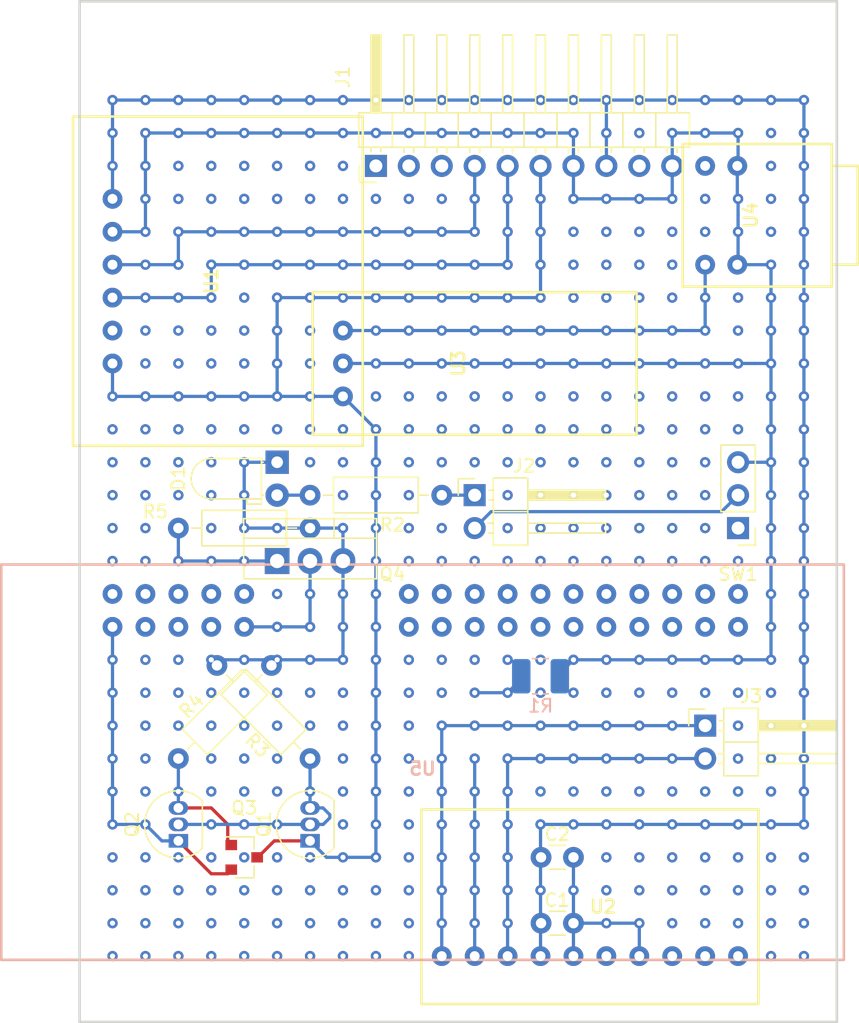
<source format=kicad_pcb>
(kicad_pcb (version 20211014) (generator pcbnew)
  (layers (0 "F.Cu" signal) (31 "B.Cu" signal) (34 "B.Paste" user) (35 "F.Paste" user) (36 "B.SilkS" user "B.Silkscreen") (37 "F.SilkS" user "F.Silkscreen") (38 "B.Mask" user) (39 "F.Mask" user) (44 "Edge.Cuts" user))
  (net 0 "")
  (net 1 "Net-(U2-Pad6)")
  (net 2 "Net-(U2-Pad8)")
  (net 3 "Net-(R1-Pad1)")
  (net 4 "Net-(Q1-Pad2)")
  (net 5 "Net-(Q2-Pad3)")
  (net 6 "FROM_Raspi_TX")
  (net 7 "TO_Raspi_RXD")
  (net 8 "SCL")
  (net 9 "SDA")
  (net 10 "GND")
  (net 11 "+5V")
  (net 12 "+3V3")
  (net 13 "Net-(D1-Pad2)")
  (net 14 "Net-(SW1-Pad1)")
  (net 15 "BAT+")
  (net 16 "BAT-")
  (net 17 "Raspy_3.3V")
  (net 18 "+4V")
  (net 19 "MOTOR1")
  (net 20 "MOTOR2")
  (net 21 "SolarPanel")
  (net 22 "Raspy_Pwrctl")
  (net 23 "Net-(Q4-Pad2)")
  (net 24 "Net-(U4-Pad4)")
  (footprint "RSP-01:DRV8830" (layer "F.Cu") (at 140.97 115.57)
    (fp_text reference "U2")
    (fp_text value "DRV8830")
  )
  (footprint "RSP-01:LXDC55" (layer "F.Cu") (at 132.08 73.66 -90)
    (fp_text reference "U3")
    (fp_text value "LXDC55")
  )
  (footprint "RSP-01:INA219" (layer "F.Cu") (at 112.268 67.31 -90)
    (fp_text reference "U1")
    (fp_text value "INA219")
  )
  (footprint "Connector_PinHeader_2.54mm:PinHeader_1x02_P2.54mm_Horizontal" (layer "F.Cu") (at 132.08 83.82)
    (fp_text reference "J2")
    (fp_text value "Conn_01x02")
  )
  (footprint "Connector_PinHeader_2.54mm:PinHeader_1x03_P2.54mm_Vertical" (layer "F.Cu") (at 152.4 86.36 180)
    (fp_text reference "SW1")
    (fp_text value "SW_SPDT")
  )
  (footprint "Resistor_THT:R_Axial_DIN0207_L6.3mm_D2.5mm_P10.16mm_Horizontal" (layer "F.Cu") (at 119.38 86.36 180)
    (fp_text reference "R5")
    (fp_text value "10k")
  )
  (footprint "Package_TO_SOT_SMD:SOT-23" (layer "F.Cu") (at 114.3 111.76)
    (fp_text reference "Q3")
    (fp_text value "DMG3415U")
  )
  (footprint "Package_TO_SOT_THT:TO-92_Inline" (layer "F.Cu") (at 109.22 110.49 90)
    (fp_text reference "Q2")
    (fp_text value "2N5401L-B-T92-K")
  )
  (footprint "Package_TO_SOT_THT:TO-220-3_Vertical" (layer "F.Cu") (at 116.84 88.9)
    (fp_text reference "Q4")
    (fp_text value "MTB30N06I3")
  )
  (footprint "RSP-01:USBconnector" (layer "F.Cu") (at 153.88 62.23 -90)
    (fp_text reference "U4")
    (fp_text value "USBconnector")
  )
  (footprint "Connector_PinHeader_2.54mm:PinHeader_1x10_P2.54mm_Horizontal" (layer "F.Cu") (at 124.46 58.42 90)
    (fp_text reference "J1")
    (fp_text value "Conn_01x10")
  )
  (footprint "Connector_PinHeader_2.54mm:PinHeader_1x02_P2.54mm_Horizontal" (layer "F.Cu") (at 149.86 101.6)
    (fp_text reference "J3")
    (fp_text value "Conn_01x02")
  )
  (footprint "Capacitor_THT:C_Disc_D3.0mm_W1.6mm_P2.50mm" (layer "F.Cu") (at 137.2 116.84)
    (fp_text reference "C1")
    (fp_text value "0.1uF")
  )
  (footprint "Package_TO_SOT_THT:TO-92_Inline" (layer "F.Cu") (at 119.38 110.49 90)
    (fp_text reference "Q1")
    (fp_text value "2N5401L-B-T92-K")
  )
  (footprint "Resistor_THT:R_Axial_DIN0207_L6.3mm_D2.5mm_P10.16mm_Horizontal" (layer "F.Cu") (at 129.54 83.82 180)
    (fp_text reference "R2")
    (fp_text value "330")
  )
  (footprint "Resistor_THT:R_Axial_DIN0207_L6.3mm_D2.5mm_P10.16mm_Horizontal" (layer "F.Cu") (at 119.38 104.14 135)
    (fp_text reference "R3")
    (fp_text value "10k")
  )
  (footprint "Resistor_THT:R_Axial_DIN0207_L6.3mm_D2.5mm_P10.16mm_Horizontal" (layer "F.Cu") (at 109.22 104.14 45)
    (fp_text reference "R4")
    (fp_text value "10k")
  )
  (footprint "LED_THT:LED_D3.0mm_Horizontal_O1.27mm_Z2.0mm" (layer "F.Cu") (at 116.84 81.28 -90)
    (fp_text reference "D1")
    (fp_text value "LED")
  )
  (footprint "Capacitor_THT:C_Disc_D3.0mm_W1.6mm_P2.50mm" (layer "F.Cu") (at 137.2 111.76)
    (fp_text reference "C2")
    (fp_text value "10uF")
  )
  (footprint "RSP-01:Raspy" (layer "B.Cu") (at 128.06 104.42 180)
    (fp_text reference "U5")
    (fp_text value "Raspi")
  )
  (footprint "Resistor_SMD:R_1210_3225Metric_Pad1.42x2.65mm_HandSolder" (layer "B.Cu") (at 137.16 97.79)
    (fp_text reference "R1")
    (fp_text value "0.24")
  )
  (gr_line (start 101.6 124.46) (end 160.02 124.46) (layer "Edge.Cuts") (width 0.2))
  (gr_line (start 160.02 45.72) (end 101.6 45.72) (layer "Edge.Cuts") (width 0.2))
  (gr_line (start 160.02 124.46) (end 160.02 45.72) (layer "Edge.Cuts") (width 0.2))
  (gr_line (start 101.6 45.72) (end 101.6 124.46) (layer "Edge.Cuts") (width 0.2))
  (via (at 144.78 55.88) (size 0.8) (drill 0.4) (layers "F.Cu" "B.Cu") (net 0))
  (via (at 154.94 55.88) (size 0.8) (drill 0.4) (layers "F.Cu" "B.Cu") (net 0))
  (via (at 154.94 58.42) (size 0.8) (drill 0.4) (layers "F.Cu" "B.Cu") (net 0))
  (via (at 109.22 58.42) (size 0.8) (drill 0.4) (layers "F.Cu" "B.Cu") (net 0))
  (via (at 119.38 58.42) (size 0.8) (drill 0.4) (layers "F.Cu" "B.Cu") (net 0))
  (via (at 114.3 58.42) (size 0.8) (drill 0.4) (layers "F.Cu" "B.Cu") (net 0))
  (via (at 121.92 58.42) (size 0.8) (drill 0.4) (layers "F.Cu" "B.Cu") (net 0))
  (via (at 116.84 58.42) (size 0.8) (drill 0.4) (layers "F.Cu" "B.Cu") (net 0))
  (via (at 111.76 58.42) (size 0.8) (drill 0.4) (layers "F.Cu" "B.Cu") (net 0))
  (via (at 121.92 60.96) (size 0.8) (drill 0.4) (layers "F.Cu" "B.Cu") (net 0))
  (via (at 114.3 60.96) (size 0.8) (drill 0.4) (layers "F.Cu" "B.Cu") (net 0))
  (via (at 124.46 60.96) (size 0.8) (drill 0.4) (layers "F.Cu" "B.Cu") (net 0))
  (via (at 109.22 60.96) (size 0.8) (drill 0.4) (layers "F.Cu" "B.Cu") (net 0))
  (via (at 154.94 60.96) (size 0.8) (drill 0.4) (layers "F.Cu" "B.Cu") (net 0))
  (via (at 111.76 60.96) (size 0.8) (drill 0.4) (layers "F.Cu" "B.Cu") (net 0))
  (via (at 149.86 60.96) (size 0.8) (drill 0.4) (layers "F.Cu" "B.Cu") (net 0))
  (via (at 127 60.96) (size 0.8) (drill 0.4) (layers "F.Cu" "B.Cu") (net 0))
  (via (at 119.38 60.96) (size 0.8) (drill 0.4) (layers "F.Cu" "B.Cu") (net 0))
  (via (at 129.54 60.96) (size 0.8) (drill 0.4) (layers "F.Cu" "B.Cu") (net 0))
  (via (at 116.84 60.96) (size 0.8) (drill 0.4) (layers "F.Cu" "B.Cu") (net 0))
  (via (at 139.7 63.5) (size 0.8) (drill 0.4) (layers "F.Cu" "B.Cu") (net 0))
  (via (at 154.94 63.5) (size 0.8) (drill 0.4) (layers "F.Cu" "B.Cu") (net 0))
  (via (at 147.32 63.5) (size 0.8) (drill 0.4) (layers "F.Cu" "B.Cu") (net 0))
  (via (at 144.78 63.5) (size 0.8) (drill 0.4) (layers "F.Cu" "B.Cu") (net 0))
  (via (at 142.24 63.5) (size 0.8) (drill 0.4) (layers "F.Cu" "B.Cu") (net 0))
  (via (at 149.86 63.5) (size 0.8) (drill 0.4) (layers "F.Cu" "B.Cu") (net 0))
  (via (at 144.78 66.04) (size 0.8) (drill 0.4) (layers "F.Cu" "B.Cu") (net 0))
  (via (at 142.24 66.04) (size 0.8) (drill 0.4) (layers "F.Cu" "B.Cu") (net 0))
  (via (at 139.7 66.04) (size 0.8) (drill 0.4) (layers "F.Cu" "B.Cu") (net 0))
  (via (at 147.32 66.04) (size 0.8) (drill 0.4) (layers "F.Cu" "B.Cu") (net 0))
  (via (at 152.4 71.12) (size 0.8) (drill 0.4) (layers "F.Cu" "B.Cu") (net 0))
  (via (at 114.3 71.12) (size 0.8) (drill 0.4) (layers "F.Cu" "B.Cu") (net 0))
  (via (at 106.68 71.12) (size 0.8) (drill 0.4) (layers "F.Cu" "B.Cu") (net 0))
  (via (at 109.22 71.12) (size 0.8) (drill 0.4) (layers "F.Cu" "B.Cu") (net 0))
  (via (at 111.76 71.12) (size 0.8) (drill 0.4) (layers "F.Cu" "B.Cu") (net 0))
  (via (at 119.38 71.12) (size 0.8) (drill 0.4) (layers "F.Cu" "B.Cu") (net 0))
  (via (at 139.7 68.58) (size 0.8) (drill 0.4) (layers "F.Cu" "B.Cu") (net 0))
  (via (at 152.4 68.58) (size 0.8) (drill 0.4) (layers "F.Cu" "B.Cu") (net 0))
  (via (at 142.24 68.58) (size 0.8) (drill 0.4) (layers "F.Cu" "B.Cu") (net 0))
  (via (at 114.3 68.58) (size 0.8) (drill 0.4) (layers "F.Cu" "B.Cu") (net 0))
  (via (at 144.78 68.58) (size 0.8) (drill 0.4) (layers "F.Cu" "B.Cu") (net 0))
  (via (at 147.32 68.58) (size 0.8) (drill 0.4) (layers "F.Cu" "B.Cu") (net 0))
  (via (at 127 76.2) (size 0.8) (drill 0.4) (layers "F.Cu" "B.Cu") (net 0))
  (via (at 147.32 76.2) (size 0.8) (drill 0.4) (layers "F.Cu" "B.Cu") (net 0))
  (via (at 119.38 73.66) (size 0.8) (drill 0.4) (layers "F.Cu" "B.Cu") (net 0))
  (via (at 144.78 76.2) (size 0.8) (drill 0.4) (layers "F.Cu" "B.Cu") (net 0))
  (via (at 111.76 73.66) (size 0.8) (drill 0.4) (layers "F.Cu" "B.Cu") (net 0))
  (via (at 109.22 73.66) (size 0.8) (drill 0.4) (layers "F.Cu" "B.Cu") (net 0))
  (via (at 129.54 76.2) (size 0.8) (drill 0.4) (layers "F.Cu" "B.Cu") (net 0))
  (via (at 142.24 76.2) (size 0.8) (drill 0.4) (layers "F.Cu" "B.Cu") (net 0))
  (via (at 149.86 76.2) (size 0.8) (drill 0.4) (layers "F.Cu" "B.Cu") (net 0))
  (via (at 132.08 76.2) (size 0.8) (drill 0.4) (layers "F.Cu" "B.Cu") (net 0))
  (via (at 134.62 76.2) (size 0.8) (drill 0.4) (layers "F.Cu" "B.Cu") (net 0))
  (via (at 152.4 76.2) (size 0.8) (drill 0.4) (layers "F.Cu" "B.Cu") (net 0))
  (via (at 137.16 76.2) (size 0.8) (drill 0.4) (layers "F.Cu" "B.Cu") (net 0))
  (via (at 106.68 73.66) (size 0.8) (drill 0.4) (layers "F.Cu" "B.Cu") (net 0))
  (via (at 124.46 76.2) (size 0.8) (drill 0.4) (layers "F.Cu" "B.Cu") (net 0))
  (via (at 139.7 76.2) (size 0.8) (drill 0.4) (layers "F.Cu" "B.Cu") (net 0))
  (via (at 114.3 73.66) (size 0.8) (drill 0.4) (layers "F.Cu" "B.Cu") (net 0))
  (via (at 144.78 78.74) (size 0.8) (drill 0.4) (layers "F.Cu" "B.Cu") (net 0))
  (via (at 142.24 78.74) (size 0.8) (drill 0.4) (layers "F.Cu" "B.Cu") (net 0))
  (via (at 139.7 78.74) (size 0.8) (drill 0.4) (layers "F.Cu" "B.Cu") (net 0))
  (via (at 121.92 78.74) (size 0.8) (drill 0.4) (layers "F.Cu" "B.Cu") (net 0))
  (via (at 109.22 78.74) (size 0.8) (drill 0.4) (layers "F.Cu" "B.Cu") (net 0))
  (via (at 114.3 78.74) (size 0.8) (drill 0.4) (layers "F.Cu" "B.Cu") (net 0))
  (via (at 116.84 78.74) (size 0.8) (drill 0.4) (layers "F.Cu" "B.Cu") (net 0))
  (via (at 106.68 78.74) (size 0.8) (drill 0.4) (layers "F.Cu" "B.Cu") (net 0))
  (via (at 119.38 78.74) (size 0.8) (drill 0.4) (layers "F.Cu" "B.Cu") (net 0))
  (via (at 147.32 78.74) (size 0.8) (drill 0.4) (layers "F.Cu" "B.Cu") (net 0))
  (via (at 149.86 78.74) (size 0.8) (drill 0.4) (layers "F.Cu" "B.Cu") (net 0))
  (via (at 132.08 78.74) (size 0.8) (drill 0.4) (layers "F.Cu" "B.Cu") (net 0))
  (via (at 127 78.74) (size 0.8) (drill 0.4) (layers "F.Cu" "B.Cu") (net 0))
  (via (at 152.4 78.74) (size 0.8) (drill 0.4) (layers "F.Cu" "B.Cu") (net 0))
  (via (at 129.54 78.74) (size 0.8) (drill 0.4) (layers "F.Cu" "B.Cu") (net 0))
  (via (at 111.76 78.74) (size 0.8) (drill 0.4) (layers "F.Cu" "B.Cu") (net 0))
  (via (at 134.62 78.74) (size 0.8) (drill 0.4) (layers "F.Cu" "B.Cu") (net 0))
  (via (at 137.16 78.74) (size 0.8) (drill 0.4) (layers "F.Cu" "B.Cu") (net 0))
  (via (at 104.14 78.74) (size 0.8) (drill 0.4) (layers "F.Cu" "B.Cu") (net 0))
  (via (at 114.3 99.06) (size 0.8) (drill 0.4) (layers "F.Cu" "B.Cu") (net 0))
  (via (at 144.78 99.06) (size 0.8) (drill 0.4) (layers "F.Cu" "B.Cu") (net 0))
  (via (at 121.92 101.6) (size 0.8) (drill 0.4) (layers "F.Cu" "B.Cu") (net 0))
  (via (at 119.38 101.6) (size 0.8) (drill 0.4) (layers "F.Cu" "B.Cu") (net 0))
  (via (at 149.86 99.06) (size 0.8) (drill 0.4) (layers "F.Cu" "B.Cu") (net 0))
  (via (at 111.76 101.6) (size 0.8) (drill 0.4) (layers "F.Cu" "B.Cu") (net 0))
  (via (at 152.4 101.6) (size 0.8) (drill 0.4) (layers "F.Cu" "B.Cu") (net 0))
  (via (at 114.3 101.6) (size 0.8) (drill 0.4) (layers "F.Cu" "B.Cu") (net 0))
  (via (at 106.68 101.6) (size 0.8) (drill 0.4) (layers "F.Cu" "B.Cu") (net 0))
  (via (at 116.84 99.06) (size 0.8) (drill 0.4) (layers "F.Cu" "B.Cu") (net 0))
  (via (at 137.16 99.06) (size 0.8) (drill 0.4) (layers "F.Cu" "B.Cu") (net 0))
  (via (at 152.4 99.06) (size 0.8) (drill 0.4) (layers "F.Cu" "B.Cu") (net 0))
  (via (at 147.32 99.06) (size 0.8) (drill 0.4) (layers "F.Cu" "B.Cu") (net 0))
  (via (at 142.24 99.06) (size 0.8) (drill 0.4) (layers "F.Cu" "B.Cu") (net 0))
  (via (at 116.84 101.6) (size 0.8) (drill 0.4) (layers "F.Cu" "B.Cu") (net 0))
  (via (at 106.68 99.06) (size 0.8) (drill 0.4) (layers "F.Cu" "B.Cu") (net 0))
  (via (at 121.92 83.82) (size 0.8) (drill 0.4) (layers "F.Cu" "B.Cu") (net 0))
  (via (at 147.32 83.82) (size 0.8) (drill 0.4) (layers "F.Cu" "B.Cu") (net 0))
  (via (at 104.14 83.82) (size 0.8) (drill 0.4) (layers "F.Cu" "B.Cu") (net 0))
  (via (at 106.68 83.82) (size 0.8) (drill 0.4) (layers "F.Cu" "B.Cu") (net 0))
  (via (at 109.22 83.82) (size 0.8) (drill 0.4) (layers "F.Cu" "B.Cu") (net 0))
  (via (at 111.76 83.82) (size 0.8) (drill 0.4) (layers "F.Cu" "B.Cu") (net 0))
  (via (at 149.86 83.82) (size 0.8) (drill 0.4) (layers "F.Cu" "B.Cu") (net 0))
  (via (at 137.16 83.82) (size 0.8) (drill 0.4) (layers "F.Cu" "B.Cu") (net 0))
  (via (at 142.24 83.82) (size 0.8) (drill 0.4) (layers "F.Cu" "B.Cu") (net 0))
  (via (at 127 83.82) (size 0.8) (drill 0.4) (layers "F.Cu" "B.Cu") (net 0))
  (via (at 139.7 83.82) (size 0.8) (drill 0.4) (layers "F.Cu" "B.Cu") (net 0))
  (via (at 134.62 83.82) (size 0.8) (drill 0.4) (layers "F.Cu" "B.Cu") (net 0))
  (via (at 144.78 83.82) (size 0.8) (drill 0.4) (layers "F.Cu" "B.Cu") (net 0))
  (via (at 121.92 99.06) (size 0.8) (drill 0.4) (layers "F.Cu" "B.Cu") (net 0))
  (via (at 129.54 93.98) (size 0.8) (drill 0.4) (layers "F.Cu" "B.Cu") (net 0))
  (via (at 106.68 93.98) (size 0.8) (drill 0.4) (layers "F.Cu" "B.Cu") (net 0))
  (via (at 129.54 99.06) (size 0.8) (drill 0.4) (layers "F.Cu" "B.Cu") (net 0))
  (via (at 127 101.6) (size 0.8) (drill 0.4) (layers "F.Cu" "B.Cu") (net 0))
  (via (at 119.38 99.06) (size 0.8) (drill 0.4) (layers "F.Cu" "B.Cu") (net 0))
  (via (at 154.94 99.06) (size 0.8) (drill 0.4) (layers "F.Cu" "B.Cu") (net 0))
  (via (at 109.22 101.6) (size 0.8) (drill 0.4) (layers "F.Cu" "B.Cu") (net 0))
  (via (at 111.76 93.98) (size 0.8) (drill 0.4) (layers "F.Cu" "B.Cu") (net 0))
  (via (at 127 99.06) (size 0.8) (drill 0.4) (layers "F.Cu" "B.Cu") (net 0))
  (via (at 154.94 101.6) (size 0.8) (drill 0.4) (layers "F.Cu" "B.Cu") (net 0))
  (via (at 111.76 99.06) (size 0.8) (drill 0.4) (layers "F.Cu" "B.Cu") (net 0))
  (via (at 109.22 99.06) (size 0.8) (drill 0.4) (layers "F.Cu" "B.Cu") (net 0))
  (via (at 147.32 93.98) (size 0.8) (drill 0.4) (layers "F.Cu" "B.Cu") (net 0))
  (via (at 139.7 81.28) (size 0.8) (drill 0.4) (layers "F.Cu" "B.Cu") (net 0))
  (via (at 149.86 81.28) (size 0.8) (drill 0.4) (layers "F.Cu" "B.Cu") (net 0))
  (via (at 109.22 91.44) (size 0.8) (drill 0.4) (layers "F.Cu" "B.Cu") (net 0))
  (via (at 137.16 91.44) (size 0.8) (drill 0.4) (layers "F.Cu" "B.Cu") (net 0))
  (via (at 104.14 91.44) (size 0.8) (drill 0.4) (layers "F.Cu" "B.Cu") (net 0))
  (via (at 149.86 91.44) (size 0.8) (drill 0.4) (layers "F.Cu" "B.Cu") (net 0))
  (via (at 106.68 96.52) (size 0.8) (drill 0.4) (layers "F.Cu" "B.Cu") (net 0))
  (via (at 132.08 81.28) (size 0.8) (drill 0.4) (layers "F.Cu" "B.Cu") (net 0))
  (via (at 116.84 91.44) (size 0.8) (drill 0.4) (layers "F.Cu" "B.Cu") (net 0))
  (via (at 142.24 81.28) (size 0.8) (drill 0.4) (layers "F.Cu" "B.Cu") (net 0))
  (via (at 129.54 91.44) (size 0.8) (drill 0.4) (layers "F.Cu" "B.Cu") (net 0))
  (via (at 109.22 81.28) (size 0.8) (drill 0.4) (layers "F.Cu" "B.Cu") (net 0))
  (via (at 134.62 81.28) (size 0.8) (drill 0.4) (layers "F.Cu" "B.Cu") (net 0))
  (via (at 127 81.28) (size 0.8) (drill 0.4) (layers "F.Cu" "B.Cu") (net 0))
  (via (at 137.16 81.28) (size 0.8) (drill 0.4) (layers "F.Cu" "B.Cu") (net 0))
  (via (at 152.4 91.44) (size 0.8) (drill 0.4) (layers "F.Cu" "B.Cu") (net 0))
  (via (at 104.14 81.28) (size 0.8) (drill 0.4) (layers "F.Cu" "B.Cu") (net 0))
  (via (at 119.38 81.28) (size 0.8) (drill 0.4) (layers "F.Cu" "B.Cu") (net 0))
  (via (at 144.78 91.44) (size 0.8) (drill 0.4) (layers "F.Cu" "B.Cu") (net 0))
  (via (at 142.24 91.44) (size 0.8) (drill 0.4) (layers "F.Cu" "B.Cu") (net 0))
  (via (at 139.7 91.44) (size 0.8) (drill 0.4) (layers "F.Cu" "B.Cu") (net 0))
  (via (at 147.32 91.44) (size 0.8) (drill 0.4) (layers "F.Cu" "B.Cu") (net 0))
  (via (at 144.78 81.28) (size 0.8) (drill 0.4) (layers "F.Cu" "B.Cu") (net 0))
  (via (at 129.54 81.28) (size 0.8) (drill 0.4) (layers "F.Cu" "B.Cu") (net 0))
  (via (at 106.68 91.44) (size 0.8) (drill 0.4) (layers "F.Cu" "B.Cu") (net 0))
  (via (at 121.92 81.28) (size 0.8) (drill 0.4) (layers "F.Cu" "B.Cu") (net 0))
  (via (at 127 91.44) (size 0.8) (drill 0.4) (layers "F.Cu" "B.Cu") (net 0))
  (via (at 106.68 81.28) (size 0.8) (drill 0.4) (layers "F.Cu" "B.Cu") (net 0))
  (via (at 132.08 91.44) (size 0.8) (drill 0.4) (layers "F.Cu" "B.Cu") (net 0))
  (via (at 134.62 91.44) (size 0.8) (drill 0.4) (layers "F.Cu" "B.Cu") (net 0))
  (via (at 147.32 81.28) (size 0.8) (drill 0.4) (layers "F.Cu" "B.Cu") (net 0))
  (via (at 111.76 81.28) (size 0.8) (drill 0.4) (layers "F.Cu" "B.Cu") (net 0))
  (via (at 139.7 86.36) (size 0.8) (drill 0.4) (layers "F.Cu" "B.Cu") (net 0))
  (via (at 129.54 86.36) (size 0.8) (drill 0.4) (layers "F.Cu" "B.Cu") (net 0))
  (via (at 127 88.9) (size 0.8) (drill 0.4) (layers "F.Cu" "B.Cu") (net 0))
  (via (at 147.32 88.9) (size 0.8) (drill 0.4) (layers "F.Cu" "B.Cu") (net 0))
  (via (at 144.78 88.9) (size 0.8) (drill 0.4) (layers "F.Cu" "B.Cu") (net 0))
  (via (at 127 86.36) (size 0.8) (drill 0.4) (layers "F.Cu" "B.Cu") (net 0))
  (via (at 111.76 86.36) (size 0.8) (drill 0.4) (layers "F.Cu" "B.Cu") (net 0))
  (via (at 147.32 86.36) (size 0.8) (drill 0.4) (layers "F.Cu" "B.Cu") (net 0))
  (via (at 129.54 88.9) (size 0.8) (drill 0.4) (layers "F.Cu" "B.Cu") (net 0))
  (via (at 142.24 88.9) (size 0.8) (drill 0.4) (layers "F.Cu" "B.Cu") (net 0))
  (via (at 149.86 88.9) (size 0.8) (drill 0.4) (layers "F.Cu" "B.Cu") (net 0))
  (via (at 132.08 88.9) (size 0.8) (drill 0.4) (layers "F.Cu" "B.Cu") (net 0))
  (via (at 106.68 88.9) (size 0.8) (drill 0.4) (layers "F.Cu" "B.Cu") (net 0))
  (via (at 144.78 86.36) (size 0.8) (drill 0.4) (layers "F.Cu" "B.Cu") (net 0))
  (via (at 134.62 88.9) (size 0.8) (drill 0.4) (layers "F.Cu" "B.Cu") (net 0))
  (via (at 152.4 88.9) (size 0.8) (drill 0.4) (layers "F.Cu" "B.Cu") (net 0))
  (via (at 137.16 88.9) (size 0.8) (drill 0.4) (layers "F.Cu" "B.Cu") (net 0))
  (via (at 109.22 96.52) (size 0.8) (drill 0.4) (layers "F.Cu" "B.Cu") (net 0))
  (via (at 137.16 96.52) (size 0.8) (drill 0.4) (layers "F.Cu" "B.Cu") (net 0))
  (via (at 104.14 86.36) (size 0.8) (drill 0.4) (layers "F.Cu" "B.Cu") (net 0))
  (via (at 142.24 86.36) (size 0.8) (drill 0.4) (layers "F.Cu" "B.Cu") (net 0))
  (via (at 127 96.52) (size 0.8) (drill 0.4) (layers "F.Cu" "B.Cu") (net 0))
  (via (at 149.86 86.36) (size 0.8) (drill 0.4) (layers "F.Cu" "B.Cu") (net 0))
  (via (at 129.54 96.52) (size 0.8) (drill 0.4) (layers "F.Cu" "B.Cu") (net 0))
  (via (at 139.7 93.98) (size 0.8) (drill 0.4) (layers "F.Cu" "B.Cu") (net 0))
  (via (at 149.86 93.98) (size 0.8) (drill 0.4) (layers "F.Cu" "B.Cu") (net 0))
  (via (at 106.68 86.36) (size 0.8) (drill 0.4) (layers "F.Cu" "B.Cu") (net 0))
  (via (at 134.62 86.36) (size 0.8) (drill 0.4) (layers "F.Cu" "B.Cu") (net 0))
  (via (at 104.14 88.9) (size 0.8) (drill 0.4) (layers "F.Cu" "B.Cu") (net 0))
  (via (at 152.4 93.98) (size 0.8) (drill 0.4) (layers "F.Cu" "B.Cu") (net 0))
  (via (at 132.08 93.98) (size 0.8) (drill 0.4) (layers "F.Cu" "B.Cu") (net 0))
  (via (at 139.7 88.9) (size 0.8) (drill 0.4) (layers "F.Cu" "B.Cu") (net 0))
  (via (at 132.08 96.52) (size 0.8) (drill 0.4) (layers "F.Cu" "B.Cu") (net 0))
  (via (at 137.16 86.36) (size 0.8) (drill 0.4) (layers "F.Cu" "B.Cu") (net 0))
  (via (at 142.24 93.98) (size 0.8) (drill 0.4) (layers "F.Cu" "B.Cu") (net 0))
  (via (at 109.22 93.98) (size 0.8) (drill 0.4) (layers "F.Cu" "B.Cu") (net 0))
  (via (at 134.62 93.98) (size 0.8) (drill 0.4) (layers "F.Cu" "B.Cu") (net 0))
  (via (at 144.78 93.98) (size 0.8) (drill 0.4) (layers "F.Cu" "B.Cu") (net 0))
  (via (at 127 93.98) (size 0.8) (drill 0.4) (layers "F.Cu" "B.Cu") (net 0))
  (via (at 137.16 93.98) (size 0.8) (drill 0.4) (layers "F.Cu" "B.Cu") (net 0))
  (via (at 152.4 104.14) (size 0.8) (drill 0.4) (layers "F.Cu" "B.Cu") (net 0))
  (via (at 154.94 104.14) (size 0.8) (drill 0.4) (layers "F.Cu" "B.Cu") (net 0))
  (via (at 154.94 106.68) (size 0.8) (drill 0.4) (layers "F.Cu" "B.Cu") (net 0))
  (via (at 149.86 106.68) (size 0.8) (drill 0.4) (layers "F.Cu" "B.Cu") (net 0))
  (via (at 116.84 106.68) (size 0.8) (drill 0.4) (layers "F.Cu" "B.Cu") (net 0))
  (via (at 137.16 106.68) (size 0.8) (drill 0.4) (layers "F.Cu" "B.Cu") (net 0))
  (via (at 127 106.68) (size 0.8) (drill 0.4) (layers "F.Cu" "B.Cu") (net 0))
  (via (at 142.24 106.68) (size 0.8) (drill 0.4) (layers "F.Cu" "B.Cu") (net 0))
  (via (at 139.7 106.68) (size 0.8) (drill 0.4) (layers "F.Cu" "B.Cu") (net 0))
  (via (at 111.76 106.68) (size 0.8) (drill 0.4) (layers "F.Cu" "B.Cu") (net 0))
  (via (at 144.78 106.68) (size 0.8) (drill 0.4) (layers "F.Cu" "B.Cu") (net 0))
  (via (at 114.3 104.14) (size 0.8) (drill 0.4) (layers "F.Cu" "B.Cu") (net 0))
  (via (at 127 104.14) (size 0.8) (drill 0.4) (layers "F.Cu" "B.Cu") (net 0))
  (via (at 149.86 111.76) (size 0.8) (drill 0.4) (layers "F.Cu" "B.Cu") (net 0))
  (via (at 119.38 111.76) (size 0.8) (drill 0.4) (layers "F.Cu" "B.Cu") (net 0))
  (via (at 111.76 111.76) (size 0.8) (drill 0.4) (layers "F.Cu" "B.Cu") (net 0))
  (via (at 157.48 111.76) (size 0.8) (drill 0.4) (layers "F.Cu" "B.Cu") (net 0))
  (via (at 152.4 111.76) (size 0.8) (drill 0.4) (layers "F.Cu" "B.Cu") (net 0))
  (via (at 114.3 111.76) (size 0.8) (drill 0.4) (layers "F.Cu" "B.Cu") (net 0))
  (via (at 106.68 111.76) (size 0.8) (drill 0.4) (layers "F.Cu" "B.Cu") (net 0))
  (via (at 142.24 111.76) (size 0.8) (drill 0.4) (layers "F.Cu" "B.Cu") (net 0))
  (via (at 116.84 111.76) (size 0.8) (drill 0.4) (layers "F.Cu" "B.Cu") (net 0))
  (via (at 104.14 111.76) (size 0.8) (drill 0.4) (layers "F.Cu" "B.Cu") (net 0))
  (via (at 154.94 111.76) (size 0.8) (drill 0.4) (layers "F.Cu" "B.Cu") (net 0))
  (via (at 116.84 104.14) (size 0.8) (drill 0.4) (layers "F.Cu" "B.Cu") (net 0))
  (via (at 147.32 106.68) (size 0.8) (drill 0.4) (layers "F.Cu" "B.Cu") (net 0))
  (via (at 106.68 106.68) (size 0.8) (drill 0.4) (layers "F.Cu" "B.Cu") (net 0))
  (via (at 121.92 109.22) (size 0.8) (drill 0.4) (layers "F.Cu" "B.Cu") (net 0))
  (via (at 127 111.76) (size 0.8) (drill 0.4) (layers "F.Cu" "B.Cu") (net 0))
  (via (at 144.78 111.76) (size 0.8) (drill 0.4) (layers "F.Cu" "B.Cu") (net 0))
  (via (at 111.76 104.14) (size 0.8) (drill 0.4) (layers "F.Cu" "B.Cu") (net 0))
  (via (at 106.68 104.14) (size 0.8) (drill 0.4) (layers "F.Cu" "B.Cu") (net 0))
  (via (at 147.32 111.76) (size 0.8) (drill 0.4) (layers "F.Cu" "B.Cu") (net 0))
  (via (at 127 109.22) (size 0.8) (drill 0.4) (layers "F.Cu" "B.Cu") (net 0))
  (via (at 121.92 104.14) (size 0.8) (drill 0.4) (layers "F.Cu" "B.Cu") (net 0))
  (via (at 109.22 111.76) (size 0.8) (drill 0.4) (layers "F.Cu" "B.Cu") (net 0))
  (via (at 152.4 106.68) (size 0.8) (drill 0.4) (layers "F.Cu" "B.Cu") (net 0))
  (via (at 114.3 106.68) (size 0.8) (drill 0.4) (layers "F.Cu" "B.Cu") (net 0))
  (via (at 121.92 106.68) (size 0.8) (drill 0.4) (layers "F.Cu" "B.Cu") (net 0))
  (via (at 104.14 116.84) (size 0.8) (drill 0.4) (layers "F.Cu" "B.Cu") (net 0))
  (via (at 144.78 114.3) (size 0.8) (drill 0.4) (layers "F.Cu" "B.Cu") (net 0))
  (via (at 149.86 114.3) (size 0.8) (drill 0.4) (layers "F.Cu" "B.Cu") (net 0))
  (via (at 114.3 116.84) (size 0.8) (drill 0.4) (layers "F.Cu" "B.Cu") (net 0))
  (via (at 142.24 114.3) (size 0.8) (drill 0.4) (layers "F.Cu" "B.Cu") (net 0))
  (via (at 111.76 114.3) (size 0.8) (drill 0.4) (layers "F.Cu" "B.Cu") (net 0))
  (via (at 154.94 114.3) (size 0.8) (drill 0.4) (layers "F.Cu" "B.Cu") (net 0))
  (via (at 109.22 114.3) (size 0.8) (drill 0.4) (layers "F.Cu" "B.Cu") (net 0))
  (via (at 157.48 114.3) (size 0.8) (drill 0.4) (layers "F.Cu" "B.Cu") (net 0))
  (via (at 119.38 114.3) (size 0.8) (drill 0.4) (layers "F.Cu" "B.Cu") (net 0))
  (via (at 127 114.3) (size 0.8) (drill 0.4) (layers "F.Cu" "B.Cu") (net 0))
  (via (at 116.84 114.3) (size 0.8) (drill 0.4) (layers "F.Cu" "B.Cu") (net 0))
  (via (at 152.4 116.84) (size 0.8) (drill 0.4) (layers "F.Cu" "B.Cu") (net 0))
  (via (at 124.46 119.38) (size 0.8) (drill 0.4) (layers "F.Cu" "B.Cu") (net 0))
  (via (at 119.38 119.38) (size 0.8) (drill 0.4) (layers "F.Cu" "B.Cu") (net 0))
  (via (at 111.76 119.38) (size 0.8) (drill 0.4) (layers "F.Cu" "B.Cu") (net 0))
  (via (at 106.68 116.84) (size 0.8) (drill 0.4) (layers "F.Cu" "B.Cu") (net 0))
  (via (at 104.14 119.38) (size 0.8) (drill 0.4) (layers "F.Cu" "B.Cu") (net 0))
  (via (at 154.94 119.38) (size 0.8) (drill 0.4) (layers "F.Cu" "B.Cu") (net 0))
  (via (at 121.92 119.38) (size 0.8) (drill 0.4) (layers "F.Cu" "B.Cu") (net 0))
  (via (at 157.48 119.38) (size 0.8) (drill 0.4) (layers "F.Cu" "B.Cu") (net 0))
  (via (at 114.3 119.38) (size 0.8) (drill 0.4) (layers "F.Cu" "B.Cu") (net 0))
  (via (at 116.84 116.84) (size 0.8) (drill 0.4) (layers "F.Cu" "B.Cu") (net 0))
  (via (at 147.32 116.84) (size 0.8) (drill 0.4) (layers "F.Cu" "B.Cu") (net 0))
  (via (at 116.84 119.38) (size 0.8) (drill 0.4) (layers "F.Cu" "B.Cu") (net 0))
  (via (at 106.68 119.38) (size 0.8) (drill 0.4) (layers "F.Cu" "B.Cu") (net 0))
  (via (at 124.46 116.84) (size 0.8) (drill 0.4) (layers "F.Cu" "B.Cu") (net 0))
  (via (at 109.22 116.84) (size 0.8) (drill 0.4) (layers "F.Cu" "B.Cu") (net 0))
  (via (at 147.32 114.3) (size 0.8) (drill 0.4) (layers "F.Cu" "B.Cu") (net 0))
  (via (at 121.92 116.84) (size 0.8) (drill 0.4) (layers "F.Cu" "B.Cu") (net 0))
  (via (at 106.68 114.3) (size 0.8) (drill 0.4) (layers "F.Cu" "B.Cu") (net 0))
  (via (at 127 119.38) (size 0.8) (drill 0.4) (layers "F.Cu" "B.Cu") (net 0))
  (via (at 124.46 114.3) (size 0.8) (drill 0.4) (layers "F.Cu" "B.Cu") (net 0))
  (via (at 119.38 116.84) (size 0.8) (drill 0.4) (layers "F.Cu" "B.Cu") (net 0))
  (via (at 149.86 116.84) (size 0.8) (drill 0.4) (layers "F.Cu" "B.Cu") (net 0))
  (via (at 127 116.84) (size 0.8) (drill 0.4) (layers "F.Cu" "B.Cu") (net 0))
  (via (at 154.94 116.84) (size 0.8) (drill 0.4) (layers "F.Cu" "B.Cu") (net 0))
  (via (at 111.76 116.84) (size 0.8) (drill 0.4) (layers "F.Cu" "B.Cu") (net 0))
  (via (at 157.48 116.84) (size 0.8) (drill 0.4) (layers "F.Cu" "B.Cu") (net 0))
  (via (at 152.4 114.3) (size 0.8) (drill 0.4) (layers "F.Cu" "B.Cu") (net 0))
  (via (at 109.22 119.38) (size 0.8) (drill 0.4) (layers "F.Cu" "B.Cu") (net 0))
  (via (at 114.3 114.3) (size 0.8) (drill 0.4) (layers "F.Cu" "B.Cu") (net 0))
  (via (at 121.92 114.3) (size 0.8) (drill 0.4) (layers "F.Cu" "B.Cu") (net 0))
  (via (at 104.14 114.3) (size 0.8) (drill 0.4) (layers "F.Cu" "B.Cu") (net 0))
  (via (at 142.24 119.38) (size 0.8) (drill 0.4) (layers "F.Cu" "B.Cu") (net 1))
  (via (at 147.32 119.38) (size 0.8) (drill 0.4) (layers "F.Cu" "B.Cu") (net 2))
  (via (at 134.62 99.06) (size 0.8) (drill 0.4) (layers "F.Cu" "B.Cu") (net 3))
  (via (at 132.08 99.06) (size 0.8) (drill 0.4) (layers "F.Cu" "B.Cu") (net 3))
  (via (at 134.62 96.52) (size 0.8) (drill 0.4) (layers "F.Cu" "B.Cu") (net 3))
  (via (at 132.08 106.68) (size 0.8) (drill 0.4) (layers "F.Cu" "B.Cu") (net 3))
  (via (at 132.08 104.14) (size 0.8) (drill 0.4) (layers "F.Cu" "B.Cu") (net 3))
  (via (at 132.08 111.76) (size 0.8) (drill 0.4) (layers "F.Cu" "B.Cu") (net 3))
  (via (at 132.08 109.22) (size 0.8) (drill 0.4) (layers "F.Cu" "B.Cu") (net 3))
  (via (at 132.08 114.3) (size 0.8) (drill 0.4) (layers "F.Cu" "B.Cu") (net 3))
  (via (at 132.08 119.38) (size 0.8) (drill 0.4) (layers "F.Cu" "B.Cu") (net 3))
  (via (at 132.08 116.84) (size 0.8) (drill 0.4) (layers "F.Cu" "B.Cu") (net 3))
  (segment (start 132.08 99.06) (end 134.62 99.06) (width 0.25) (layer "B.Cu") (net 3))
  (segment (start 134.62 99.06) (end 135.89 97.79) (width 0.25) (layer "B.Cu") (net 3))
  (segment (start 132.08 104.14) (end 132.08 119.38) (width 0.25) (layer "B.Cu") (net 3))
  (via (at 119.38 106.68) (size 0.8) (drill 0.4) (layers "F.Cu" "B.Cu") (net 4))
  (via (at 119.38 104.14) (size 0.8) (drill 0.4) (layers "F.Cu" "B.Cu") (net 4))
  (via (at 114.3 109.22) (size 0.8) (drill 0.4) (layers "F.Cu" "B.Cu") (net 4))
  (via (at 116.84 109.22) (size 0.8) (drill 0.4) (layers "F.Cu" "B.Cu") (net 4))
  (via (at 109.22 109.22) (size 0.8) (drill 0.4) (layers "F.Cu" "B.Cu") (net 4))
  (via (at 119.38 109.22) (size 0.8) (drill 0.4) (layers "F.Cu" "B.Cu") (net 4))
  (via (at 111.76 109.22) (size 0.8) (drill 0.4) (layers "F.Cu" "B.Cu") (net 4))
  (segment (start 120.396 109.22) (end 119.38 109.22) (width 0.25) (layer "B.Cu") (net 4))
  (segment (start 119.38 107.95) (end 120.38 107.95) (width 0.25) (layer "B.Cu") (net 4))
  (segment (start 109.22 109.22) (end 119.38 109.22) (width 0.25) (layer "B.Cu") (net 4))
  (segment (start 120.904 108.474) (end 120.904 108.712) (width 0.25) (layer "B.Cu") (net 4))
  (segment (start 120.38 107.95) (end 120.904 108.474) (width 0.25) (layer "B.Cu") (net 4))
  (segment (start 109.22 109.22) (end 109.445 109.22) (width 0.25) (layer "B.Cu") (net 4))
  (segment (start 119.605 107.95) (end 119.38 107.95) (width 0.25) (layer "B.Cu") (net 4))
  (segment (start 120.904 108.712) (end 120.396 109.22) (width 0.25) (layer "B.Cu") (net 4))
  (segment (start 119.38 104.14) (end 119.38 107.95) (width 0.25) (layer "B.Cu") (net 4))
  (segment (start 109.22 107.95) (end 111.76 107.95) (width 0.25) (layer "F.Cu") (net 5))
  (segment (start 111.76 107.95) (end 113.03 109.22) (width 0.25) (layer "F.Cu") (net 5))
  (segment (start 113.03 109.22) (end 113.03 110.49) (width 0.25) (layer "F.Cu") (net 5))
  (via (at 109.22 106.68) (size 0.8) (drill 0.4) (layers "F.Cu" "B.Cu") (net 5))
  (via (at 109.22 104.14) (size 0.8) (drill 0.4) (layers "F.Cu" "B.Cu") (net 5))
  (segment (start 109.22 104.14) (end 109.22 107.95) (width 0.25) (layer "B.Cu") (net 5))
  (via (at 124.46 58.42) (size 0.8) (drill 0.4) (layers "F.Cu" "B.Cu") (net 6))
  (via (at 111.76 91.44) (size 0.8) (drill 0.4) (layers "F.Cu" "B.Cu") (net 6))
  (via (at 127 58.42) (size 0.8) (drill 0.4) (layers "F.Cu" "B.Cu") (net 7))
  (via (at 114.3 91.44) (size 0.8) (drill 0.4) (layers "F.Cu" "B.Cu") (net 7))
  (via (at 132.08 58.42) (size 0.8) (drill 0.4) (layers "F.Cu" "B.Cu") (net 8))
  (via (at 132.08 60.96) (size 0.8) (drill 0.4) (layers "F.Cu" "B.Cu") (net 8))
  (via (at 129.54 63.5) (size 0.8) (drill 0.4) (layers "F.Cu" "B.Cu") (net 8))
  (via (at 121.92 63.5) (size 0.8) (drill 0.4) (layers "F.Cu" "B.Cu") (net 8))
  (via (at 124.46 63.5) (size 0.8) (drill 0.4) (layers "F.Cu" "B.Cu") (net 8))
  (via (at 119.38 63.5) (size 0.8) (drill 0.4) (layers "F.Cu" "B.Cu") (net 8))
  (via (at 127 63.5) (size 0.8) (drill 0.4) (layers "F.Cu" "B.Cu") (net 8))
  (via (at 111.76 63.5) (size 0.8) (drill 0.4) (layers "F.Cu" "B.Cu") (net 8))
  (via (at 109.22 63.5) (size 0.8) (drill 0.4) (layers "F.Cu" "B.Cu") (net 8))
  (via (at 116.84 63.5) (size 0.8) (drill 0.4) (layers "F.Cu" "B.Cu") (net 8))
  (via (at 132.08 63.5) (size 0.8) (drill 0.4) (layers "F.Cu" "B.Cu") (net 8))
  (via (at 114.3 63.5) (size 0.8) (drill 0.4) (layers "F.Cu" "B.Cu") (net 8))
  (via (at 109.22 66.04) (size 0.8) (drill 0.4) (layers "F.Cu" "B.Cu") (net 8))
  (via (at 106.68 66.04) (size 0.8) (drill 0.4) (layers "F.Cu" "B.Cu") (net 8))
  (via (at 104.14 66.04) (size 0.8) (drill 0.4) (layers "F.Cu" "B.Cu") (net 8))
  (via (at 152.4 119.38) (size 0.8) (drill 0.4) (layers "F.Cu" "B.Cu") (net 8))
  (segment (start 109.22 66.04) (end 109.22 63.5) (width 0.25) (layer "B.Cu") (net 8))
  (segment (start 109.22 63.5) (end 129.54 63.5) (width 0.25) (layer "B.Cu") (net 8))
  (segment (start 132.08 58.42) (end 132.08 63.5) (width 0.25) (layer "B.Cu") (net 8))
  (segment (start 132.08 63.5) (end 129.54 63.5) (width 0.25) (layer "B.Cu") (net 8))
  (segment (start 104.14 66.04) (end 109.22 66.04) (width 0.25) (layer "B.Cu") (net 8))
  (via (at 134.62 58.42) (size 0.8) (drill 0.4) (layers "F.Cu" "B.Cu") (net 9))
  (via (at 134.62 60.96) (size 0.8) (drill 0.4) (layers "F.Cu" "B.Cu") (net 9))
  (via (at 134.62 63.5) (size 0.8) (drill 0.4) (layers "F.Cu" "B.Cu") (net 9))
  (via (at 121.92 66.04) (size 0.8) (drill 0.4) (layers "F.Cu" "B.Cu") (net 9))
  (via (at 114.3 66.04) (size 0.8) (drill 0.4) (layers "F.Cu" "B.Cu") (net 9))
  (via (at 124.46 66.04) (size 0.8) (drill 0.4) (layers "F.Cu" "B.Cu") (net 9))
  (via (at 116.84 66.04) (size 0.8) (drill 0.4) (layers "F.Cu" "B.Cu") (net 9))
  (via (at 119.38 66.04) (size 0.8) (drill 0.4) (layers "F.Cu" "B.Cu") (net 9))
  (via (at 132.08 66.04) (size 0.8) (drill 0.4) (layers "F.Cu" "B.Cu") (net 9))
  (via (at 127 66.04) (size 0.8) (drill 0.4) (layers "F.Cu" "B.Cu") (net 9))
  (via (at 129.54 66.04) (size 0.8) (drill 0.4) (layers "F.Cu" "B.Cu") (net 9))
  (via (at 111.76 66.04) (size 0.8) (drill 0.4) (layers "F.Cu" "B.Cu") (net 9))
  (via (at 134.62 66.04) (size 0.8) (drill 0.4) (layers "F.Cu" "B.Cu") (net 9))
  (via (at 109.22 68.58) (size 0.8) (drill 0.4) (layers "F.Cu" "B.Cu") (net 9))
  (via (at 104.14 68.58) (size 0.8) (drill 0.4) (layers "F.Cu" "B.Cu") (net 9))
  (via (at 106.68 68.58) (size 0.8) (drill 0.4) (layers "F.Cu" "B.Cu") (net 9))
  (via (at 111.76 68.58) (size 0.8) (drill 0.4) (layers "F.Cu" "B.Cu") (net 9))
  (via (at 149.86 119.38) (size 0.8) (drill 0.4) (layers "F.Cu" "B.Cu") (net 9))
  (segment (start 132.08 66.04) (end 134.62 66.04) (width 0.25) (layer "B.Cu") (net 9))
  (segment (start 111.76 68.58) (end 104.14 68.58) (width 0.25) (layer "B.Cu") (net 9))
  (segment (start 132.08 66.04) (end 111.76 66.04) (width 0.25) (layer "B.Cu") (net 9))
  (segment (start 111.76 66.04) (end 111.76 68.58) (width 0.25) (layer "B.Cu") (net 9))
  (segment (start 134.62 58.42) (end 134.62 66.04) (width 0.25) (layer "B.Cu") (net 9))
  (via (at 139.7 55.88) (size 0.8) (drill 0.4) (layers "F.Cu" "B.Cu") (net 10))
  (via (at 121.92 55.88) (size 0.8) (drill 0.4) (layers "F.Cu" "B.Cu") (net 10))
  (via (at 109.22 55.88) (size 0.8) (drill 0.4) (layers "F.Cu" "B.Cu") (net 10))
  (via (at 114.3 55.88) (size 0.8) (drill 0.4) (layers "F.Cu" "B.Cu") (net 10))
  (via (at 124.46 55.88) (size 0.8) (drill 0.4) (layers "F.Cu" "B.Cu") (net 10))
  (via (at 116.84 55.88) (size 0.8) (drill 0.4) (layers "F.Cu" "B.Cu") (net 10))
  (via (at 106.68 55.88) (size 0.8) (drill 0.4) (layers "F.Cu" "B.Cu") (net 10))
  (via (at 119.38 55.88) (size 0.8) (drill 0.4) (layers "F.Cu" "B.Cu") (net 10))
  (via (at 147.32 55.88) (size 0.8) (drill 0.4) (layers "F.Cu" "B.Cu") (net 10))
  (via (at 149.86 55.88) (size 0.8) (drill 0.4) (layers "F.Cu" "B.Cu") (net 10))
  (via (at 132.08 55.88) (size 0.8) (drill 0.4) (layers "F.Cu" "B.Cu") (net 10))
  (via (at 127 55.88) (size 0.8) (drill 0.4) (layers "F.Cu" "B.Cu") (net 10))
  (via (at 152.4 55.88) (size 0.8) (drill 0.4) (layers "F.Cu" "B.Cu") (net 10))
  (via (at 129.54 55.88) (size 0.8) (drill 0.4) (layers "F.Cu" "B.Cu") (net 10))
  (via (at 111.76 55.88) (size 0.8) (drill 0.4) (layers "F.Cu" "B.Cu") (net 10))
  (via (at 134.62 55.88) (size 0.8) (drill 0.4) (layers "F.Cu" "B.Cu") (net 10))
  (via (at 137.16 55.88) (size 0.8) (drill 0.4) (layers "F.Cu" "B.Cu") (net 10))
  (via (at 139.7 58.42) (size 0.8) (drill 0.4) (layers "F.Cu" "B.Cu") (net 10))
  (via (at 152.4 58.42) (size 0.8) (drill 0.4) (layers "F.Cu" "B.Cu") (net 10))
  (via (at 106.68 58.42) (size 0.8) (drill 0.4) (layers "F.Cu" "B.Cu") (net 10))
  (via (at 147.32 58.42) (size 0.8) (drill 0.4) (layers "F.Cu" "B.Cu") (net 10))
  (via (at 147.32 60.96) (size 0.8) (drill 0.4) (layers "F.Cu" "B.Cu") (net 10))
  (via (at 152.4 60.96) (size 0.8) (drill 0.4) (layers "F.Cu" "B.Cu") (net 10))
  (via (at 106.68 60.96) (size 0.8) (drill 0.4) (layers "F.Cu" "B.Cu") (net 10))
  (via (at 142.24 60.96) (size 0.8) (drill 0.4) (layers "F.Cu" "B.Cu") (net 10))
  (via (at 139.7 60.96) (size 0.8) (drill 0.4) (layers "F.Cu" "B.Cu") (net 10))
  (via (at 144.78 60.96) (size 0.8) (drill 0.4) (layers "F.Cu" "B.Cu") (net 10))
  (via (at 104.14 63.5) (size 0.8) (drill 0.4) (layers "F.Cu" "B.Cu") (net 10))
  (via (at 106.68 63.5) (size 0.8) (drill 0.4) (layers "F.Cu" "B.Cu") (net 10))
  (via (at 152.4 63.5) (size 0.8) (drill 0.4) (layers "F.Cu" "B.Cu") (net 10))
  (via (at 152.4 66.04) (size 0.8) (drill 0.4) (layers "F.Cu" "B.Cu") (net 10))
  (via (at 154.94 71.12) (size 0.8) (drill 0.4) (layers "F.Cu" "B.Cu") (net 10))
  (via (at 154.94 68.58) (size 0.8) (drill 0.4) (layers "F.Cu" "B.Cu") (net 10))
  (via (at 154.94 66.04) (size 0.8) (drill 0.4) (layers "F.Cu" "B.Cu") (net 10))
  (via (at 139.7 73.66) (size 0.8) (drill 0.4) (layers "F.Cu" "B.Cu") (net 10))
  (via (at 129.54 73.66) (size 0.8) (drill 0.4) (layers "F.Cu" "B.Cu") (net 10))
  (via (at 121.92 73.66) (size 0.8) (drill 0.4) (layers "F.Cu" "B.Cu") (net 10))
  (via (at 124.46 73.66) (size 0.8) (drill 0.4) (layers "F.Cu" "B.Cu") (net 10))
  (via (at 154.94 73.66) (size 0.8) (drill 0.4) (layers "F.Cu" "B.Cu") (net 10))
  (via (at 127 73.66) (size 0.8) (drill 0.4) (layers "F.Cu" "B.Cu") (net 10))
  (via (at 154.94 76.2) (size 0.8) (drill 0.4) (layers "F.Cu" "B.Cu") (net 10))
  (via (at 147.32 73.66) (size 0.8) (drill 0.4) (layers "F.Cu" "B.Cu") (net 10))
  (via (at 144.78 73.66) (size 0.8) (drill 0.4) (layers "F.Cu" "B.Cu") (net 10))
  (via (at 142.24 73.66) (size 0.8) (drill 0.4) (layers "F.Cu" "B.Cu") (net 10))
  (via (at 149.86 73.66) (size 0.8) (drill 0.4) (layers "F.Cu" "B.Cu") (net 10))
  (via (at 132.08 73.66) (size 0.8) (drill 0.4) (layers "F.Cu" "B.Cu") (net 10))
  (via (at 134.62 73.66) (size 0.8) (drill 0.4) (layers "F.Cu" "B.Cu") (net 10))
  (via (at 152.4 73.66) (size 0.8) (drill 0.4) (layers "F.Cu" "B.Cu") (net 10))
  (via (at 137.16 73.66) (size 0.8) (drill 0.4) (layers "F.Cu" "B.Cu") (net 10))
  (via (at 114.3 83.82) (size 0.8) (drill 0.4) (layers "F.Cu" "B.Cu") (net 10))
  (via (at 154.94 83.82) (size 0.8) (drill 0.4) (layers "F.Cu" "B.Cu") (net 10))
  (via (at 139.7 99.06) (size 0.8) (drill 0.4) (layers "F.Cu" "B.Cu") (net 10))
  (via (at 121.92 93.98) (size 0.8) (drill 0.4) (layers "F.Cu" "B.Cu") (net 10))
  (via (at 152.4 81.28) (size 0.8) (drill 0.4) (layers "F.Cu" "B.Cu") (net 10))
  (via (at 154.94 81.28) (size 0.8) (drill 0.4) (layers "F.Cu" "B.Cu") (net 10))
  (via (at 121.92 91.44) (size 0.8) (drill 0.4) (layers "F.Cu" "B.Cu") (net 10))
  (via (at 147.32 96.52) (size 0.8) (drill 0.4) (layers "F.Cu" "B.Cu") (net 10))
  (via (at 152.4 96.52) (size 0.8) (drill 0.4) (layers "F.Cu" "B.Cu") (net 10))
  (via (at 154.94 78.74) (size 0.8) (drill 0.4) (layers "F.Cu" "B.Cu") (net 10))
  (via (at 114.3 81.28) (size 0.8) (drill 0.4) (layers "F.Cu" "B.Cu") (net 10))
  (via (at 116.84 81.28) (size 0.8) (drill 0.4) (layers "F.Cu" "B.Cu") (net 10))
  (via (at 121.92 96.52) (size 0.8) (drill 0.4) (layers "F.Cu" "B.Cu") (net 10))
  (via (at 114.3 96.52) (size 0.8) (drill 0.4) (layers "F.Cu" "B.Cu") (net 10))
  (via (at 121.92 86.36) (size 0.8) (drill 0.4) (layers "F.Cu" "B.Cu") (net 10))
  (via (at 154.94 86.36) (size 0.8) (drill 0.4) (layers "F.Cu" "B.Cu") (net 10))
  (via (at 121.92 86.36) (size 0.8) (drill 0.4) (layers "F.Cu" "B.Cu") (net 10))
  (via (at 154.94 88.9) (size 0.8) (drill 0.4) (layers "F.Cu" "B.Cu") (net 10))
  (via (at 121.92 88.9) (size 0.8) (drill 0.4) (layers "F.Cu" "B.Cu") (net 10))
  (via (at 116.84 86.36) (size 0.8) (drill 0.4) (layers "F.Cu" "B.Cu") (net 10))
  (via (at 154.94 96.52) (size 0.8) (drill 0.4) (layers "F.Cu" "B.Cu") (net 10))
  (via (at 111.76 96.52) (size 0.8) (drill 0.4) (layers "F.Cu" "B.Cu") (net 10))
  (via (at 149.86 96.52) (size 0.8) (drill 0.4) (layers "F.Cu" "B.Cu") (net 10))
  (via (at 142.24 96.52) (size 0.8) (drill 0.4) (layers "F.Cu" "B.Cu") (net 10))
  (via (at 139.7 96.52) (size 0.8) (drill 0.4) (layers "F.Cu" "B.Cu") (net 10))
  (via (at 144.78 96.52) (size 0.8) (drill 0.4) (layers "F.Cu" "B.Cu") (net 10))
  (via (at 116.84 96.52) (size 0.8) (drill 0.4) (layers "F.Cu" "B.Cu") (net 10))
  (via (at 119.38 96.52) (size 0.8) (drill 0.4) (layers "F.Cu" "B.Cu") (net 10))
  (via (at 154.94 93.98) (size 0.8) (drill 0.4) (layers "F.Cu" "B.Cu") (net 10))
  (via (at 114.3 86.36) (size 0.8) (drill 0.4) (layers "F.Cu" "B.Cu") (net 10))
  (via (at 154.94 91.44) (size 0.8) (drill 0.4) (layers "F.Cu" "B.Cu") (net 10))
  (via (at 139.7 111.76) (size 0.8) (drill 0.4) (layers "F.Cu" "B.Cu") (net 10))
  (via (at 144.78 116.84) (size 0.8) (drill 0.4) (layers "F.Cu" "B.Cu") (net 10))
  (via (at 139.7 114.3) (size 0.8) (drill 0.4) (layers "F.Cu" "B.Cu") (net 10))
  (via (at 139.7 119.38) (size 0.8) (drill 0.4) (layers "F.Cu" "B.Cu") (net 10))
  (via (at 139.7 116.84) (size 0.8) (drill 0.4) (layers "F.Cu" "B.Cu") (net 10))
  (via (at 142.24 116.84) (size 0.8) (drill 0.4) (layers "F.Cu" "B.Cu") (net 10))
  (via (at 144.78 119.38) (size 0.8) (drill 0.4) (layers "F.Cu" "B.Cu") (net 10))
  (segment (start 147.32 58.42) (end 147.32 55.88) (width 0.25) (layer "B.Cu") (net 10))
  (segment (start 116.84 86.36) (end 121.92 86.36) (width 0.25) (layer "B.Cu") (net 10))
  (segment (start 152.4 60.96) (end 152.4 62.23) (width 0.25) (layer "B.Cu") (net 10))
  (segment (start 139.7 96.52) (end 138.43 97.79) (width 0.25) (layer "B.Cu") (net 10))
  (segment (start 139.7 111.76) (end 139.7 116.84) (width 0.25) (layer "B.Cu") (net 10))
  (segment (start 114.3 83.82) (end 114.3 86.36) (width 0.25) (layer "B.Cu") (net 10))
  (segment (start 139.7 116.84) (end 144.78 116.84) (width 0.25) (layer "B.Cu") (net 10))
  (segment (start 147.32 55.88) (end 152.4 55.88) (width 0.25) (layer "B.Cu") (net 10))
  (segment (start 154.94 66.04) (end 154.94 96.52) (width 0.25) (layer "B.Cu") (net 10))
  (segment (start 106.68 63.5) (end 104.14 63.5) (width 0.25) (layer "B.Cu") (net 10))
  (segment (start 121.92 86.36) (end 121.92 96.52) (width 0.25) (layer "B.Cu") (net 10))
  (segment (start 139.7 60.96) (end 147.32 60.96) (width 0.25) (layer "B.Cu") (net 10))
  (segment (start 116.84 81.28) (end 114.3 81.28) (width 0.25) (layer "B.Cu") (net 10))
  (segment (start 144.78 116.84) (end 144.78 119.38) (width 0.25) (layer "B.Cu") (net 10))
  (segment (start 121.92 96.52) (end 116.84 96.52) (width 0.25) (layer "B.Cu") (net 10))
  (segment (start 139.7 58.42) (end 139.7 60.96) (width 0.25) (layer "B.Cu") (net 10))
  (segment (start 114.3 86.36) (end 116.84 86.36) (width 0.25) (layer "B.Cu") (net 10))
  (segment (start 114.3 83.82) (end 114.3 81.28) (width 0.25) (layer "B.Cu") (net 10))
  (segment (start 154.94 96.52) (end 139.7 96.52) (width 0.25) (layer "B.Cu") (net 10))
  (segment (start 152.4 63.5) (end 152.4 66.04) (width 0.25) (layer "B.Cu") (net 10))
  (segment (start 139.7 58.42) (end 139.7 55.88) (width 0.25) (layer "B.Cu") (net 10))
  (segment (start 152.34 60.9) (end 152.4 60.96) (width 0.25) (layer "B.Cu") (net 10))
  (segment (start 106.68 55.88) (end 106.68 63.5) (width 0.25) (layer "B.Cu") (net 10))
  (segment (start 152.4 55.88) (end 152.4 58.42) (width 0.25) (layer "B.Cu") (net 10))
  (segment (start 147.32 58.42) (end 147.32 60.96) (width 0.25) (layer "B.Cu") (net 10))
  (segment (start 121.92 73.66) (end 153.67 73.66) (width 0.25) (layer "B.Cu") (net 10))
  (segment (start 139.7 116.84) (end 139.7 119.38) (width 0.25) (layer "B.Cu") (net 10))
  (segment (start 152.4 62.23) (end 152.4 63.5) (width 0.25) (layer "B.Cu") (net 10))
  (segment (start 152.34 66.04) (end 154.94 66.04) (width 0.25) (layer "B.Cu") (net 10))
  (segment (start 152.34 58.42) (end 152.34 60.9) (width 0.25) (layer "B.Cu") (net 10))
  (segment (start 139.7 55.88) (end 106.68 55.88) (width 0.25) (layer "B.Cu") (net 10))
  (segment (start 152.4 81.28) (end 154.94 81.28) (width 0.25) (layer "B.Cu") (net 10))
  (segment (start 153.67 73.66) (end 154.94 73.66) (width 0.25) (layer "B.Cu") (net 10))
  (segment (start 111.76 96.52) (end 116.84 96.52) (width 0.25) (layer "B.Cu") (net 10))
  (via (at 149.86 66.04) (size 0.8) (drill 0.4) (layers "F.Cu" "B.Cu") (net 11))
  (via (at 121.92 71.12) (size 0.8) (drill 0.4) (layers "F.Cu" "B.Cu") (net 11))
  (via (at 147.32 71.12) (size 0.8) (drill 0.4) (layers "F.Cu" "B.Cu") (net 11))
  (via (at 124.46 71.12) (size 0.8) (drill 0.4) (layers "F.Cu" "B.Cu") (net 11))
  (via (at 132.08 71.12) (size 0.8) (drill 0.4) (layers "F.Cu" "B.Cu") (net 11))
  (via (at 149.86 71.12) (size 0.8) (drill 0.4) (layers "F.Cu" "B.Cu") (net 11))
  (via (at 137.16 71.12) (size 0.8) (drill 0.4) (layers "F.Cu" "B.Cu") (net 11))
  (via (at 142.24 71.12) (size 0.8) (drill 0.4) (layers "F.Cu" "B.Cu") (net 11))
  (via (at 127 71.12) (size 0.8) (drill 0.4) (layers "F.Cu" "B.Cu") (net 11))
  (via (at 139.7 71.12) (size 0.8) (drill 0.4) (layers "F.Cu" "B.Cu") (net 11))
  (via (at 134.62 71.12) (size 0.8) (drill 0.4) (layers "F.Cu" "B.Cu") (net 11))
  (via (at 144.78 71.12) (size 0.8) (drill 0.4) (layers "F.Cu" "B.Cu") (net 11))
  (via (at 129.54 71.12) (size 0.8) (drill 0.4) (layers "F.Cu" "B.Cu") (net 11))
  (via (at 149.86 68.58) (size 0.8) (drill 0.4) (layers "F.Cu" "B.Cu") (net 11))
  (segment (start 121.92 71.12) (end 149.86 71.12) (width 0.25) (layer "B.Cu") (net 11))
  (segment (start 149.86 71.12) (end 149.86 66.04) (width 0.25) (layer "B.Cu") (net 11))
  (via (at 121.92 53.34) (size 0.8) (drill 0.4) (layers "F.Cu" "B.Cu") (net 12))
  (via (at 127 53.34) (size 0.8) (drill 0.4) (layers "F.Cu" "B.Cu") (net 12))
  (via (at 119.38 53.34) (size 0.8) (drill 0.4) (layers "F.Cu" "B.Cu") (net 12))
  (via (at 124.46 53.34) (size 0.8) (drill 0.4) (layers "F.Cu" "B.Cu") (net 12))
  (via (at 116.84 53.34) (size 0.8) (drill 0.4) (layers "F.Cu" "B.Cu") (net 12))
  (via (at 147.32 53.34) (size 0.8) (drill 0.4) (layers "F.Cu" "B.Cu") (net 12))
  (via (at 134.62 53.34) (size 0.8) (drill 0.4) (layers "F.Cu" "B.Cu") (net 12))
  (via (at 139.7 53.34) (size 0.8) (drill 0.4) (layers "F.Cu" "B.Cu") (net 12))
  (via (at 149.86 53.34) (size 0.8) (drill 0.4) (layers "F.Cu" "B.Cu") (net 12))
  (via (at 142.24 53.34) (size 0.8) (drill 0.4) (layers "F.Cu" "B.Cu") (net 12))
  (via (at 132.08 53.34) (size 0.8) (drill 0.4) (layers "F.Cu" "B.Cu") (net 12))
  (via (at 144.78 53.34) (size 0.8) (drill 0.4) (layers "F.Cu" "B.Cu") (net 12))
  (via (at 152.4 53.34) (size 0.8) (drill 0.4) (layers "F.Cu" "B.Cu") (net 12))
  (via (at 137.16 53.34) (size 0.8) (drill 0.4) (layers "F.Cu" "B.Cu") (net 12))
  (via (at 129.54 53.34) (size 0.8) (drill 0.4) (layers "F.Cu" "B.Cu") (net 12))
  (via (at 154.94 53.34) (size 0.8) (drill 0.4) (layers "F.Cu" "B.Cu") (net 12))
  (via (at 157.48 53.34) (size 0.8) (drill 0.4) (layers "F.Cu" "B.Cu") (net 12))
  (via (at 142.24 55.88) (size 0.8) (drill 0.4) (layers "F.Cu" "B.Cu") (net 12))
  (via (at 104.14 55.88) (size 0.8) (drill 0.4) (layers "F.Cu" "B.Cu") (net 12))
  (via (at 157.48 55.88) (size 0.8) (drill 0.4) (layers "F.Cu" "B.Cu") (net 12))
  (via (at 142.24 58.42) (size 0.8) (drill 0.4) (layers "F.Cu" "B.Cu") (net 12))
  (via (at 157.48 58.42) (size 0.8) (drill 0.4) (layers "F.Cu" "B.Cu") (net 12))
  (via (at 104.14 58.42) (size 0.8) (drill 0.4) (layers "F.Cu" "B.Cu") (net 12))
  (via (at 104.14 60.96) (size 0.8) (drill 0.4) (layers "F.Cu" "B.Cu") (net 12))
  (via (at 157.48 60.96) (size 0.8) (drill 0.4) (layers "F.Cu" "B.Cu") (net 12))
  (via (at 157.48 63.5) (size 0.8) (drill 0.4) (layers "F.Cu" "B.Cu") (net 12))
  (via (at 157.48 71.12) (size 0.8) (drill 0.4) (layers "F.Cu" "B.Cu") (net 12))
  (via (at 157.48 68.58) (size 0.8) (drill 0.4) (layers "F.Cu" "B.Cu") (net 12))
  (via (at 157.48 66.04) (size 0.8) (drill 0.4) (layers "F.Cu" "B.Cu") (net 12))
  (via (at 157.48 73.66) (size 0.8) (drill 0.4) (layers "F.Cu" "B.Cu") (net 12))
  (via (at 157.48 76.2) (size 0.8) (drill 0.4) (layers "F.Cu" "B.Cu") (net 12))
  (via (at 157.48 101.6) (size 0.8) (drill 0.4) (layers "F.Cu" "B.Cu") (net 12))
  (via (at 157.48 83.82) (size 0.8) (drill 0.4) (layers "F.Cu" "B.Cu") (net 12))
  (via (at 157.48 91.44) (size 0.8) (drill 0.4) (layers "F.Cu" "B.Cu") (net 12))
  (via (at 157.48 99.06) (size 0.8) (drill 0.4) (layers "F.Cu" "B.Cu") (net 12))
  (via (at 157.48 81.28) (size 0.8) (drill 0.4) (layers "F.Cu" "B.Cu") (net 12))
  (via (at 157.48 78.74) (size 0.8) (drill 0.4) (layers "F.Cu" "B.Cu") (net 12))
  (via (at 157.48 86.36) (size 0.8) (drill 0.4) (layers "F.Cu" "B.Cu") (net 12))
  (via (at 157.48 88.9) (size 0.8) (drill 0.4) (layers "F.Cu" "B.Cu") (net 12))
  (via (at 157.48 96.52) (size 0.8) (drill 0.4) (layers "F.Cu" "B.Cu") (net 12))
  (via (at 157.48 93.98) (size 0.8) (drill 0.4) (layers "F.Cu" "B.Cu") (net 12))
  (via (at 157.48 106.68) (size 0.8) (drill 0.4) (layers "F.Cu" "B.Cu") (net 12))
  (via (at 157.48 104.14) (size 0.8) (drill 0.4) (layers "F.Cu" "B.Cu") (net 12))
  (via (at 144.78 109.22) (size 0.8) (drill 0.4) (layers "F.Cu" "B.Cu") (net 12))
  (via (at 149.86 109.22) (size 0.8) (drill 0.4) (layers "F.Cu" "B.Cu") (net 12))
  (via (at 137.16 109.22) (size 0.8) (drill 0.4) (layers "F.Cu" "B.Cu") (net 12))
  (via (at 147.32 109.22) (size 0.8) (drill 0.4) (layers "F.Cu" "B.Cu") (net 12))
  (via (at 152.4 109.22) (size 0.8) (drill 0.4) (layers "F.Cu" "B.Cu") (net 12))
  (via (at 142.24 109.22) (size 0.8) (drill 0.4) (layers "F.Cu" "B.Cu") (net 12))
  (via (at 137.16 111.76) (size 0.8) (drill 0.4) (layers "F.Cu" "B.Cu") (net 12))
  (via (at 154.94 109.22) (size 0.8) (drill 0.4) (layers "F.Cu" "B.Cu") (net 12))
  (via (at 157.48 109.22) (size 0.8) (drill 0.4) (layers "F.Cu" "B.Cu") (net 12))
  (via (at 137.16 114.3) (size 0.8) (drill 0.4) (layers "F.Cu" "B.Cu") (net 12))
  (via (at 137.16 116.84) (size 0.8) (drill 0.4) (layers "F.Cu" "B.Cu") (net 12))
  (via (at 137.16 119.38) (size 0.8) (drill 0.4) (layers "F.Cu" "B.Cu") (net 12))
  (via (at 139.7 109.22) (size 0.8) (drill 0.4) (layers "F.Cu" "B.Cu") (net 12))
  (via (at 114.3 53.34) (size 0.8) (drill 0.4) (layers "F.Cu" "B.Cu") (net 12))
  (via (at 106.68 53.34) (size 0.8) (drill 0.4) (layers "F.Cu" "B.Cu") (net 12))
  (via (at 111.76 53.34) (size 0.8) (drill 0.4) (layers "F.Cu" "B.Cu") (net 12))
  (via (at 109.22 53.34) (size 0.8) (drill 0.4) (layers "F.Cu" "B.Cu") (net 12))
  (via (at 104.14 53.34) (size 0.8) (drill 0.4) (layers "F.Cu" "B.Cu") (net 12))
  (segment (start 104.14 60.96) (end 104.14 53.34) (width 0.25) (layer "B.Cu") (net 12))
  (segment (start 137.16 119.38) (end 137.16 114.3) (width 0.25) (layer "B.Cu") (net 12))
  (segment (start 137.16 109.22) (end 137.16 114.3) (width 0.25) (layer "B.Cu") (net 12))
  (segment (start 137.16 109.22) (end 157.48 109.22) (width 0.25) (layer "B.Cu") (net 12))
  (segment (start 142.24 53.34) (end 142.24 58.42) (width 0.25) (layer "B.Cu") (net 12))
  (segment (start 139.7 53.34) (end 157.48 53.34) (width 0.25) (layer "B.Cu") (net 12))
  (segment (start 157.48 53.34) (end 157.48 71.12) (width 0.25) (layer "B.Cu") (net 12))
  (segment (start 157.48 106.68) (end 157.48 96.52) (width 0.25) (layer "B.Cu") (net 12))
  (segment (start 157.48 78.74) (end 157.48 71.12) (width 0.25) (layer "B.Cu") (net 12))
  (segment (start 157.48 96.52) (end 157.48 78.74) (width 0.25) (layer "B.Cu") (net 12))
  (segment (start 104.14 53.34) (end 139.7 53.34) (width 0.25) (layer "B.Cu") (net 12))
  (segment (start 157.48 106.68) (end 157.48 109.22) (width 0.25) (layer "B.Cu") (net 12))
  (via (at 119.38 83.82) (size 0.8) (drill 0.4) (layers "F.Cu" "B.Cu") (net 13))
  (via (at 116.84 83.82) (size 0.8) (drill 0.4) (layers "F.Cu" "B.Cu") (net 13))
  (segment (start 116.84 83.82) (end 119.38 83.82) (width 0.25) (layer "B.Cu") (net 13))
  (via (at 152.4 86.36) (size 0.8) (drill 0.4) (layers "F.Cu" "B.Cu") (net 14))
  (via (at 104.14 71.12) (size 0.8) (drill 0.4) (layers "F.Cu" "B.Cu") (net 15))
  (via (at 132.08 83.82) (size 0.8) (drill 0.4) (layers "F.Cu" "B.Cu") (net 15))
  (via (at 129.54 83.82) (size 0.8) (drill 0.4) (layers "F.Cu" "B.Cu") (net 15))
  (segment (start 129.54 83.82) (end 132.08 83.82) (width 0.25) (layer "B.Cu") (net 15))
  (via (at 152.4 83.82) (size 0.8) (drill 0.4) (layers "F.Cu" "B.Cu") (net 16))
  (via (at 132.08 86.36) (size 0.8) (drill 0.4) (layers "F.Cu" "B.Cu") (net 16))
  (segment (start 133.35 85.09) (end 151.13 85.09) (width 0.25) (layer "B.Cu") (net 16))
  (segment (start 151.13 85.09) (end 152.4 83.82) (width 0.25) (layer "B.Cu") (net 16))
  (segment (start 132.08 86.36) (end 133.35 85.09) (width 0.25) (layer "B.Cu") (net 16))
  (segment (start 110.49 111.76) (end 111.76 113.03) (width 0.25) (layer "F.Cu") (net 17))
  (segment (start 111.76 113.03) (end 113.03 113.03) (width 0.25) (layer "F.Cu") (net 17))
  (segment (start 109.22 110.49) (end 110.49 111.76) (width 0.25) (layer "F.Cu") (net 17))
  (via (at 104.14 99.06) (size 0.8) (drill 0.4) (layers "F.Cu" "B.Cu") (net 17))
  (via (at 104.14 101.6) (size 0.8) (drill 0.4) (layers "F.Cu" "B.Cu") (net 17))
  (via (at 104.14 96.52) (size 0.8) (drill 0.4) (layers "F.Cu" "B.Cu") (net 17))
  (via (at 104.14 93.98) (size 0.8) (drill 0.4) (layers "F.Cu" "B.Cu") (net 17))
  (via (at 104.14 104.14) (size 0.8) (drill 0.4) (layers "F.Cu" "B.Cu") (net 17))
  (via (at 104.14 109.22) (size 0.8) (drill 0.4) (layers "F.Cu" "B.Cu") (net 17))
  (via (at 106.68 109.22) (size 0.8) (drill 0.4) (layers "F.Cu" "B.Cu") (net 17))
  (via (at 104.14 106.68) (size 0.8) (drill 0.4) (layers "F.Cu" "B.Cu") (net 17))
  (segment (start 104.14 109.22) (end 106.68 109.22) (width 0.25) (layer "B.Cu") (net 17))
  (segment (start 106.68 109.22) (end 107.95 110.49) (width 0.25) (layer "B.Cu") (net 17))
  (segment (start 104.14 93.98) (end 104.14 109.22) (width 0.25) (layer "B.Cu") (net 17))
  (segment (start 107.95 110.49) (end 109.22 110.49) (width 0.25) (layer "B.Cu") (net 17))
  (segment (start 109.22 110.49) (end 109.445 110.49) (width 0.25) (layer "B.Cu") (net 17))
  (segment (start 116.62 110.49) (end 119.38 110.49) (width 0.25) (layer "F.Cu") (net 18))
  (segment (start 115.3 111.76) (end 115.35 111.76) (width 0.25) (layer "F.Cu") (net 18))
  (segment (start 115.35 111.76) (end 116.62 110.49) (width 0.25) (layer "F.Cu") (net 18))
  (via (at 137.16 58.42) (size 0.8) (drill 0.4) (layers "F.Cu" "B.Cu") (net 18))
  (via (at 137.16 60.96) (size 0.8) (drill 0.4) (layers "F.Cu" "B.Cu") (net 18))
  (via (at 137.16 63.5) (size 0.8) (drill 0.4) (layers "F.Cu" "B.Cu") (net 18))
  (via (at 137.16 66.04) (size 0.8) (drill 0.4) (layers "F.Cu" "B.Cu") (net 18))
  (via (at 116.84 71.12) (size 0.8) (drill 0.4) (layers "F.Cu" "B.Cu") (net 18))
  (via (at 132.08 68.58) (size 0.8) (drill 0.4) (layers "F.Cu" "B.Cu") (net 18))
  (via (at 134.62 68.58) (size 0.8) (drill 0.4) (layers "F.Cu" "B.Cu") (net 18))
  (via (at 127 68.58) (size 0.8) (drill 0.4) (layers "F.Cu" "B.Cu") (net 18))
  (via (at 137.16 68.58) (size 0.8) (drill 0.4) (layers "F.Cu" "B.Cu") (net 18))
  (via (at 119.38 68.58) (size 0.8) (drill 0.4) (layers "F.Cu" "B.Cu") (net 18))
  (via (at 124.46 68.58) (size 0.8) (drill 0.4) (layers "F.Cu" "B.Cu") (net 18))
  (via (at 129.54 68.58) (size 0.8) (drill 0.4) (layers "F.Cu" "B.Cu") (net 18))
  (via (at 121.92 68.58) (size 0.8) (drill 0.4) (layers "F.Cu" "B.Cu") (net 18))
  (via (at 116.84 68.58) (size 0.8) (drill 0.4) (layers "F.Cu" "B.Cu") (net 18))
  (via (at 109.22 76.2) (size 0.8) (drill 0.4) (layers "F.Cu" "B.Cu") (net 18))
  (via (at 121.92 76.2) (size 0.8) (drill 0.4) (layers "F.Cu" "B.Cu") (net 18))
  (via (at 116.84 76.2) (size 0.8) (drill 0.4) (layers "F.Cu" "B.Cu") (net 18))
  (via (at 111.76 76.2) (size 0.8) (drill 0.4) (layers "F.Cu" "B.Cu") (net 18))
  (via (at 106.68 76.2) (size 0.8) (drill 0.4) (layers "F.Cu" "B.Cu") (net 18))
  (via (at 116.84 73.66) (size 0.8) (drill 0.4) (layers "F.Cu" "B.Cu") (net 18))
  (via (at 119.38 76.2) (size 0.8) (drill 0.4) (layers "F.Cu" "B.Cu") (net 18))
  (via (at 104.14 73.66) (size 0.8) (drill 0.4) (layers "F.Cu" "B.Cu") (net 18))
  (via (at 104.14 76.2) (size 0.8) (drill 0.4) (layers "F.Cu" "B.Cu") (net 18))
  (via (at 114.3 76.2) (size 0.8) (drill 0.4) (layers "F.Cu" "B.Cu") (net 18))
  (via (at 124.46 78.74) (size 0.8) (drill 0.4) (layers "F.Cu" "B.Cu") (net 18))
  (via (at 124.46 101.6) (size 0.8) (drill 0.4) (layers "F.Cu" "B.Cu") (net 18))
  (via (at 124.46 83.82) (size 0.8) (drill 0.4) (layers "F.Cu" "B.Cu") (net 18))
  (via (at 124.46 99.06) (size 0.8) (drill 0.4) (layers "F.Cu" "B.Cu") (net 18))
  (via (at 124.46 96.52) (size 0.8) (drill 0.4) (layers "F.Cu" "B.Cu") (net 18))
  (via (at 124.46 81.28) (size 0.8) (drill 0.4) (layers "F.Cu" "B.Cu") (net 18))
  (via (at 124.46 91.44) (size 0.8) (drill 0.4) (layers "F.Cu" "B.Cu") (net 18))
  (via (at 124.46 86.36) (size 0.8) (drill 0.4) (layers "F.Cu" "B.Cu") (net 18))
  (via (at 124.46 88.9) (size 0.8) (drill 0.4) (layers "F.Cu" "B.Cu") (net 18))
  (via (at 124.46 93.98) (size 0.8) (drill 0.4) (layers "F.Cu" "B.Cu") (net 18))
  (via (at 124.46 104.14) (size 0.8) (drill 0.4) (layers "F.Cu" "B.Cu") (net 18))
  (via (at 121.92 111.76) (size 0.8) (drill 0.4) (layers "F.Cu" "B.Cu") (net 18))
  (via (at 124.46 111.76) (size 0.8) (drill 0.4) (layers "F.Cu" "B.Cu") (net 18))
  (via (at 124.46 109.22) (size 0.8) (drill 0.4) (layers "F.Cu" "B.Cu") (net 18))
  (via (at 124.46 106.68) (size 0.8) (drill 0.4) (layers "F.Cu" "B.Cu") (net 18))
  (segment (start 104.14 73.66) (end 104.14 76.2) (width 0.25) (layer "B.Cu") (net 18))
  (segment (start 124.46 78.74) (end 124.46 111.76) (width 0.25) (layer "B.Cu") (net 18))
  (segment (start 104.14 76.2) (end 121.92 76.2) (width 0.25) (layer "B.Cu") (net 18))
  (segment (start 137.16 58.42) (end 137.16 68.58) (width 0.25) (layer "B.Cu") (net 18))
  (segment (start 121.92 76.2) (end 124.46 78.74) (width 0.25) (layer "B.Cu") (net 18))
  (segment (start 120.65 111.76) (end 119.38 110.49) (width 0.25) (layer "B.Cu") (net 18))
  (segment (start 121.92 111.76) (end 120.65 111.76) (width 0.25) (layer "B.Cu") (net 18))
  (segment (start 116.84 68.58) (end 116.84 76.2) (width 0.25) (layer "B.Cu") (net 18))
  (segment (start 124.46 111.76) (end 121.92 111.76) (width 0.25) (layer "B.Cu") (net 18))
  (segment (start 137.16 68.58) (end 134.62 68.58) (width 0.25) (layer "B.Cu") (net 18))
  (segment (start 134.62 68.58) (end 116.84 68.58) (width 0.25) (layer "B.Cu") (net 18))
  (via (at 149.86 101.6) (size 0.8) (drill 0.4) (layers "F.Cu" "B.Cu") (net 19))
  (via (at 139.7 101.6) (size 0.8) (drill 0.4) (layers "F.Cu" "B.Cu") (net 19))
  (via (at 132.08 101.6) (size 0.8) (drill 0.4) (layers "F.Cu" "B.Cu") (net 19))
  (via (at 129.54 101.6) (size 0.8) (drill 0.4) (layers "F.Cu" "B.Cu") (net 19))
  (via (at 137.16 101.6) (size 0.8) (drill 0.4) (layers "F.Cu" "B.Cu") (net 19))
  (via (at 134.62 101.6) (size 0.8) (drill 0.4) (layers "F.Cu" "B.Cu") (net 19))
  (via (at 142.24 101.6) (size 0.8) (drill 0.4) (layers "F.Cu" "B.Cu") (net 19))
  (via (at 147.32 101.6) (size 0.8) (drill 0.4) (layers "F.Cu" "B.Cu") (net 19))
  (via (at 144.78 101.6) (size 0.8) (drill 0.4) (layers "F.Cu" "B.Cu") (net 19))
  (via (at 129.54 106.68) (size 0.8) (drill 0.4) (layers "F.Cu" "B.Cu") (net 19))
  (via (at 129.54 111.76) (size 0.8) (drill 0.4) (layers "F.Cu" "B.Cu") (net 19))
  (via (at 129.54 104.14) (size 0.8) (drill 0.4) (layers "F.Cu" "B.Cu") (net 19))
  (via (at 129.54 109.22) (size 0.8) (drill 0.4) (layers "F.Cu" "B.Cu") (net 19))
  (via (at 129.54 114.3) (size 0.8) (drill 0.4) (layers "F.Cu" "B.Cu") (net 19))
  (via (at 129.54 119.38) (size 0.8) (drill 0.4) (layers "F.Cu" "B.Cu") (net 19))
  (via (at 129.54 116.84) (size 0.8) (drill 0.4) (layers "F.Cu" "B.Cu") (net 19))
  (segment (start 129.54 119.38) (end 129.54 101.6) (width 0.25) (layer "B.Cu") (net 19))
  (segment (start 129.54 101.6) (end 149.86 101.6) (width 0.25) (layer "B.Cu") (net 19))
  (via (at 134.62 106.68) (size 0.8) (drill 0.4) (layers "F.Cu" "B.Cu") (net 20))
  (via (at 139.7 104.14) (size 0.8) (drill 0.4) (layers "F.Cu" "B.Cu") (net 20))
  (via (at 149.86 104.14) (size 0.8) (drill 0.4) (layers "F.Cu" "B.Cu") (net 20))
  (via (at 134.62 104.14) (size 0.8) (drill 0.4) (layers "F.Cu" "B.Cu") (net 20))
  (via (at 144.78 104.14) (size 0.8) (drill 0.4) (layers "F.Cu" "B.Cu") (net 20))
  (via (at 137.16 104.14) (size 0.8) (drill 0.4) (layers "F.Cu" "B.Cu") (net 20))
  (via (at 142.24 104.14) (size 0.8) (drill 0.4) (layers "F.Cu" "B.Cu") (net 20))
  (via (at 134.62 109.22) (size 0.8) (drill 0.4) (layers "F.Cu" "B.Cu") (net 20))
  (via (at 134.62 111.76) (size 0.8) (drill 0.4) (layers "F.Cu" "B.Cu") (net 20))
  (via (at 147.32 104.14) (size 0.8) (drill 0.4) (layers "F.Cu" "B.Cu") (net 20))
  (via (at 134.62 114.3) (size 0.8) (drill 0.4) (layers "F.Cu" "B.Cu") (net 20))
  (via (at 134.62 116.84) (size 0.8) (drill 0.4) (layers "F.Cu" "B.Cu") (net 20))
  (via (at 134.62 119.38) (size 0.8) (drill 0.4) (layers "F.Cu" "B.Cu") (net 20))
  (segment (start 134.62 119.38) (end 134.62 109.22) (width 0.25) (layer "B.Cu") (net 20))
  (segment (start 147.32 104.14) (end 149.86 104.14) (width 0.25) (layer "B.Cu") (net 20))
  (segment (start 134.62 104.14) (end 147.32 104.14) (width 0.25) (layer "B.Cu") (net 20))
  (segment (start 134.62 104.14) (end 134.62 109.22) (width 0.25) (layer "B.Cu") (net 20))
  (via (at 144.78 58.42) (size 0.8) (drill 0.4) (layers "F.Cu" "B.Cu") (net 21))
  (via (at 129.54 58.42) (size 0.8) (drill 0.4) (layers "F.Cu" "B.Cu") (net 22))
  (via (at 109.22 88.9) (size 0.8) (drill 0.4) (layers "F.Cu" "B.Cu") (net 22))
  (via (at 109.22 86.36) (size 0.8) (drill 0.4) (layers "F.Cu" "B.Cu") (net 22))
  (via (at 116.84 88.9) (size 0.8) (drill 0.4) (layers "F.Cu" "B.Cu") (net 22))
  (via (at 111.76 88.9) (size 0.8) (drill 0.4) (layers "F.Cu" "B.Cu") (net 22))
  (via (at 114.3 88.9) (size 0.8) (drill 0.4) (layers "F.Cu" "B.Cu") (net 22))
  (segment (start 109.22 88.9) (end 114.3 88.9) (width 0.25) (layer "B.Cu") (net 22))
  (segment (start 109.22 88.174999) (end 109.22 88.9) (width 0.25) (layer "B.Cu") (net 22))
  (segment (start 109.22 86.36) (end 109.22 88.174999) (width 0.25) (layer "B.Cu") (net 22))
  (segment (start 114.3 88.9) (end 116.84 88.9) (width 0.25) (layer "B.Cu") (net 22))
  (via (at 116.84 93.98) (size 0.8) (drill 0.4) (layers "F.Cu" "B.Cu") (net 23))
  (via (at 119.38 91.44) (size 0.8) (drill 0.4) (layers "F.Cu" "B.Cu") (net 23))
  (via (at 119.38 88.9) (size 0.8) (drill 0.4) (layers "F.Cu" "B.Cu") (net 23))
  (via (at 119.38 93.98) (size 0.8) (drill 0.4) (layers "F.Cu" "B.Cu") (net 23))
  (via (at 114.3 93.98) (size 0.8) (drill 0.4) (layers "F.Cu" "B.Cu") (net 23))
  (segment (start 116.84 93.98) (end 119.38 93.98) (width 0.25) (layer "B.Cu") (net 23))
  (segment (start 119.38 88.9) (end 119.38 91.44) (width 0.25) (layer "B.Cu") (net 23))
  (segment (start 119.38 91.44) (end 119.38 93.98) (width 0.25) (layer "B.Cu") (net 23))
  (segment (start 114.3 93.98) (end 116.84 93.98) (width 0.25) (layer "B.Cu") (net 23))
  (via (at 149.86 58.42) (size 0.8) (drill 0.4) (layers "F.Cu" "B.Cu") (net 24))
)
</source>
